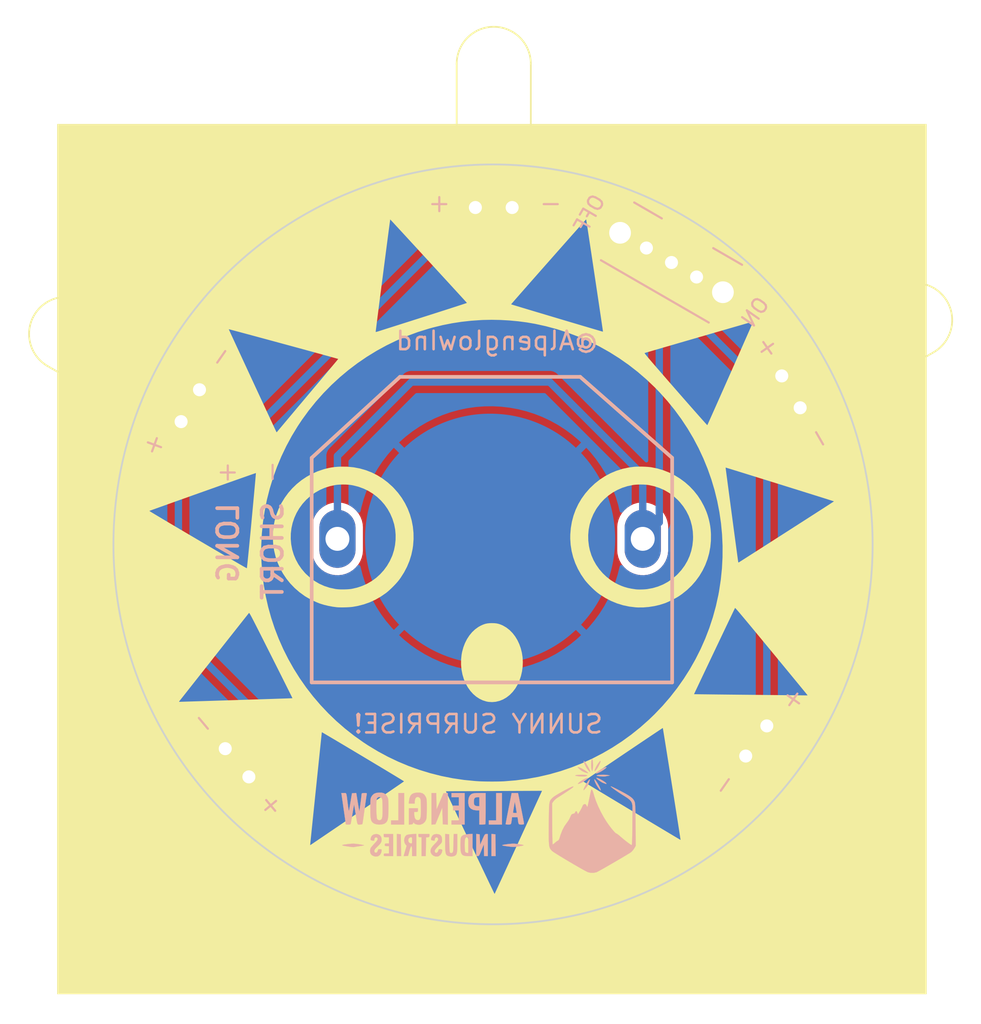
<source format=kicad_pcb>
(kicad_pcb (version 20211014) (generator pcbnew)
  (layers (0 "F.Cu" signal) (31 "B.Cu" signal) (34 "B.Paste" user) (35 "F.Paste" user) (36 "B.SilkS" user "B.Silkscreen") (37 "F.SilkS" user "F.Silkscreen") (38 "B.Mask" user) (39 "F.Mask" user) (44 "Edge.Cuts" user))
  (net 0 "")
  (net 1 "GND")
  (net 2 "VCC")
  (net 3 "Net-(D1-Pad2)")
  (net 4 "Net-(SW1-Pad1)")
  (footprint "Alpenglow:LED_D5.0mm_Horizontal_Sun" (layer "F.Cu") (at 153.924 66.548 180)
    (fp_text reference "D1" hide)
    (fp_text value "LED")
    (pad "1" thru_hole rect locked (at 0 0 180) (size 1.8 1.8) (drill 0.9) (layers *.Cu *.Mask) (net 1 "GND"))
    (pad "2" thru_hole circle locked (at 2.54 0 180) (size 1.8 1.8) (drill 0.9) (layers *.Cu *.Mask) (net 3 "Net-(D1-Pad2)"))
  )
  (footprint "Alpenglow:LED_D5.0mm_Horizontal_Sun" (layer "F.Cu") (at 132.334 79.121 -120)
    (fp_text reference "D2" hide)
    (fp_text value "LED")
    (pad "1" thru_hole rect locked (at 0 0 240) (size 1.8 1.8) (drill 0.9) (layers *.Cu *.Mask) (net 1 "GND"))
    (pad "2" thru_hole circle locked (at 2.54 0 240) (size 1.8 1.8) (drill 0.9) (layers *.Cu *.Mask) (net 3 "Net-(D1-Pad2)"))
  )
  (footprint "Alpenglow:LED_D5.0mm_Horizontal_Sun" (layer "F.Cu") (at 173.8122 80.3656 120)
    (fp_text reference "D3" hide)
    (fp_text value "LED")
    (pad "1" thru_hole rect locked (at 0 0 120) (size 1.8 1.8) (drill 0.9) (layers *.Cu *.Mask) (net 1 "GND"))
    (pad "2" thru_hole circle locked (at 2.54 0 120) (size 1.8 1.8) (drill 0.9) (layers *.Cu *.Mask) (net 3 "Net-(D1-Pad2)"))
  )
  (footprint "Alpenglow:LED_D5.0mm_Horizontal_Sun" (layer "F.Cu") (at 134.112 103.886 -50)
    (fp_text reference "D4" hide)
    (fp_text value "LED")
    (pad "1" thru_hole rect locked (at 0 0 310) (size 1.8 1.8) (drill 0.9) (layers *.Cu *.Mask) (net 1 "GND"))
    (pad "2" thru_hole circle locked (at 2.54 0 310) (size 1.8 1.8) (drill 0.9) (layers *.Cu *.Mask) (net 3 "Net-(D1-Pad2)"))
  )
  (footprint "Alpenglow:LED_D5.0mm_Horizontal_Sun" (layer "F.Cu") (at 170.053 104.394 55)
    (fp_text reference "D5" hide)
    (fp_text value "LED")
    (pad "1" thru_hole rect locked (at 0 0 55) (size 1.8 1.8) (drill 0.9) (layers *.Cu *.Mask) (net 1 "GND"))
    (pad "2" thru_hole circle locked (at 2.54 0 55) (size 1.8 1.8) (drill 0.9) (layers *.Cu *.Mask) (net 3 "Net-(D1-Pad2)"))
  )
  (footprint "Alpenglow_Sun_PCB:Sun Outside" (layer "F.Cu") (at 148.59 89.916)
    (fp_text reference "G***" hide)
    (fp_text value "LOGO" hide)
  )
  (footprint "Alpenglow_Sun_PCB:Negative Sun 60" (layer "F.Cu") (at 152.527 90.805)
    (fp_text reference "G***" hide)
    (fp_text value "LOGO" hide)
  )
  (footprint "Alpenglow:BatteryHolder_MPD_BK888_2032_THRU" (layer "B.Cu") (at 141.859 89.408)
    (fp_text reference "BT1" hide)
    (fp_text value "Battery_Cell")
    (pad "1" thru_hole oval locked (at 0 0) (size 2.5 4) (drill 1.65) (layers *.Cu *.Mask) (net 2 "VCC"))
    (pad "1" thru_hole oval locked (at 21.082 0) (size 2.5 4) (drill 1.65) (layers *.Cu *.Mask) (net 2 "VCC"))
    (pad "2" smd circle locked (at 10.541 0) (size 17.272 17.272) (layers "B.Cu" "B.Paste" "B.Mask") (net 1 "GND"))
  )
  (footprint "Alpenglow:SW_SLIDE_RTA" (layer "B.Cu") (at 163.195 69.342 -30)
    (fp_text reference "SW1" hide)
    (fp_text value "SW_SPDT")
    (pad "" thru_hole oval locked (at -2.1 0 330) (size 1.9 3.500001) (drill 1.5) (layers *.Cu *.Mask) (net 1 "GND"))
    (pad "" thru_hole oval locked (at 6.1 0 330) (size 1.9 3.500001) (drill 1.5) (layers *.Cu *.Mask) (net 1 "GND"))
    (pad "1" thru_hole rect locked (at 0 0 330) (size 1.3 2.5) (drill 0.9) (layers *.Cu *.Mask) (net 4 "Net-(SW1-Pad1)"))
    (pad "2" thru_hole oval locked (at 2 0 330) (size 1.3 2.5) (drill 0.9) (layers *.Cu *.Mask) (net 2 "VCC"))
    (pad "3" thru_hole oval locked (at 4 0 330) (size 1.3 2.5) (drill 0.9) (layers *.Cu *.Mask) (net 3 "Net-(D1-Pad2)"))
  )
  (footprint "Alpenglow:Alpenglow_Logo_Horiz" (layer "B.Cu") (at 152.3492 108.6866 180)
    (fp_text reference "G***" hide)
    (fp_text value "LOGO" hide)
  )
  (gr_circle (center 152.6032 89.789) (end 178.816 89.789) (layer "Edge.Cuts") (width 0.127) (fill none))
  (gr_text "-" (at 175.514 83.2866 120) (layer "B.SilkS") (effects (font (size 1.27 1.27) (thickness 0.1524)) (justify right mirror)))
  (gr_text "-" (at 155.702 66.2178) (layer "B.SilkS") (effects (font (size 1.27 1.27) (thickness 0.1524)) (justify right mirror)))
  (gr_text "+" (at 170.7642 76.6572 35) (layer "B.SilkS") (effects (font (size 1.27 1.27) (thickness 0.1524)) (justify right mirror)))
  (gr_text "@AlpenglowInd" (at 152.8826 75.7428) (layer "B.SilkS") (effects (font (size 1.27 1.27) (thickness 0.1778)) (justify mirror)))
  (gr_text "+" (at 172.6692 99.8982 -35) (layer "B.SilkS") (effects (font (size 1.27 1.27) (thickness 0.1524)) (justify right mirror)))
  (gr_text "ON" (at 170.7134 73.7616 55) (layer "B.SilkS") (effects (font (size 1 1)) (justify mirror)))
  (gr_text "OFF" (at 159.258 66.9798 60) (layer "B.SilkS") (effects (font (size 1 1)) (justify mirror)))
  (gr_text "+" (at 136.7536 107.061 -50) (layer "B.SilkS") (effects (font (size 1.27 1.27) (thickness 0.1524)) (justify right mirror)))
  (gr_text "SHORT" (at 137.3886 86.7156 90) (layer "B.SilkS") (effects (font (size 1.397 1.397) (thickness 0.254)) (justify left mirror)))
  (gr_text "LONG" (at 134.3152 86.7918 90) (layer "B.SilkS") (effects (font (size 1.397 1.397) (thickness 0.254)) (justify left mirror)))
  (gr_text "-" (at 133.2484 77.5208 55) (layer "B.SilkS") (effects (font (size 1.27 1.27) (thickness 0.1524)) (justify right mirror)))
  (gr_text "SUNNY SURPRISE!" (at 151.5872 102.1842) (layer "B.SilkS") (effects (font (size 1.27 1.27) (thickness 0.1778)) (justify mirror)))
  (gr_text "-" (at 132.1054 101.3968 -50) (layer "B.SilkS") (effects (font (size 1.27 1.27) (thickness 0.1524)) (justify right mirror)))
  (gr_text "+" (at 133.4008 84.7344) (layer "B.SilkS") (effects (font (size 1.27 1.27) (thickness 0.1524)) (justify right mirror)))
  (gr_text "-" (at 168.021 107.061 55) (layer "B.SilkS") (effects (font (size 1.27 1.27) (thickness 0.1524)) (justify right mirror)))
  (gr_text "-" (at 137.287 85.6742 90) (layer "B.SilkS") (effects (font (size 1.27 1.27) (thickness 0.1524)) (justify right mirror)))
  (gr_text "+" (at 148.0058 66.2178) (layer "B.SilkS") (effects (font (size 1.27 1.27) (thickness 0.1524)) (justify right mirror)))
  (gr_text "+" (at 128.4224 82.5246 -20) (layer "B.SilkS") (effects (font (size 1.27 1.27) (thickness 0.1524)) (justify right mirror)))
  (segment (start 146.9644 78.5876) (end 156.5148 78.5876) (width 0.508) (layer "B.Cu") (net 2))
  (segment (start 164.084 71.185051) (end 164.084 88.265) (width 0.508) (layer "B.Cu") (net 2))
  (segment (start 162.941 85.0138) (end 162.941 89.408) (width 0.508) (layer "B.Cu") (net 2))
  (segment (start 141.859 83.693) (end 146.9644 78.5876) (width 0.508) (layer "B.Cu") (net 2))
  (segment (start 141.859 89.408) (end 141.859 83.693) (width 0.508) (layer "B.Cu") (net 2))
  (segment (start 164.927051 70.342) (end 164.084 71.185051) (width 0.508) (layer "B.Cu") (net 2))
  (segment (start 156.5148 78.5876) (end 162.941 85.0138) (width 0.508) (layer "B.Cu") (net 2))
  (segment (start 164.084 88.265) (end 162.941 89.408) (width 0.508) (layer "B.Cu") (net 2))
  (segment (start 151.384 66.548) (end 158.5214 73.6854) (width 0.508) (layer "F.Cu") (net 3))
  (segment (start 158.5214 73.6854) (end 164.315702 73.6854) (width 0.508) (layer "F.Cu") (net 3))
  (segment (start 164.315702 73.6854) (end 166.659102 71.342) (width 0.508) (layer "F.Cu") (net 3))
  (segment (start 165.9128 73.6092) (end 165.9128 72.088302) (width 0.508) (layer "B.Cu") (net 3))
  (segment (start 172.738319 78.191247) (end 170.494847 78.191247) (width 0.508) (layer "B.Cu") (net 3))
  (segment (start 130.877116 96.028316) (end 136.468883 101.620083) (width 0.508) (layer "B.Cu") (net 3))
  (segment (start 170.494847 78.191247) (end 165.9128 73.6092) (width 0.508) (layer "B.Cu") (net 3))
  (segment (start 171.509884 79.419682) (end 172.738319 78.191247) (width 0.508) (layer "B.Cu") (net 3))
  (segment (start 136.468883 105.066647) (end 135.568884 105.966646) (width 0.508) (layer "B.Cu") (net 3))
  (segment (start 136.730354 81.201646) (end 151.384 66.548) (width 0.508) (layer "B.Cu") (net 3))
  (segment (start 130.877116 81.201646) (end 130.877116 96.028316) (width 0.508) (layer "B.Cu") (net 3))
  (segment (start 130.877116 81.201646) (end 136.730354 81.201646) (width 0.508) (layer "B.Cu") (net 3))
  (segment (start 165.9128 72.088302) (end 166.659102 71.342) (width 0.254) (layer "B.Cu") (net 3))
  (segment (start 136.468883 101.620083) (end 136.468883 105.066647) (width 0.508) (layer "B.Cu") (net 3))
  (segment (start 171.509884 102.313354) (end 171.509884 79.419682) (width 0.508) (layer "B.Cu") (net 3))
  (zone (net 1) (net_name "GND") (layer "F.Cu") (connect_pads (clearance 0.508)) (min_thickness 0.254) (fill yes (thermal_gap 0.508) (thermal_bridge_width 0.508))
    (polygon (pts (xy 180.4416 122.7582) (xy 123.063 121.92) (xy 122.1486 63.246) (xy 122.2248 63.246) (xy 182.118 62.5856)))
  )
  (zone (net 1) (net_name "GND") (layer "B.Cu") (connect_pads (clearance 0.508)) (min_thickness 0.254) (fill yes (thermal_gap 0.508) (thermal_bridge_width 0.508))
    (polygon (pts (xy 180.1876 122.9106) (xy 123.6472 121.7168) (xy 122.1486 63.1444) (xy 122.2248 63.246) (xy 181.9656 63.0174)))
  )
)
</source>
